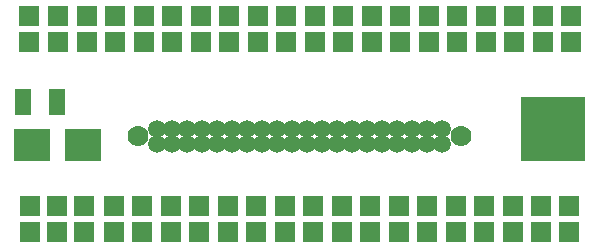
<source format=gts>
G04 #@! TF.FileFunction,Soldermask,Top*
%FSLAX46Y46*%
G04 Gerber Fmt 4.6, Leading zero omitted, Abs format (unit mm)*
G04 Created by KiCad (PCBNEW 4.0.6) date 05/22/18 14:25:38*
%MOMM*%
%LPD*%
G01*
G04 APERTURE LIST*
%ADD10C,0.150000*%
%ADD11R,1.708000X1.708000*%
%ADD12R,3.008000X2.808000*%
%ADD13C,1.778000*%
%ADD14C,1.508760*%
%ADD15R,5.407660X5.407660*%
%ADD16R,1.408000X2.208000*%
G04 APERTURE END LIST*
D10*
D11*
X20878800Y-37932000D03*
X20878800Y-40132000D03*
X20777200Y-24044000D03*
X20777200Y-21844000D03*
X23114000Y-37932000D03*
X23114000Y-40132000D03*
X23215600Y-24053800D03*
X23215600Y-21853800D03*
X25400000Y-37932000D03*
X25400000Y-40132000D03*
X25654000Y-24044000D03*
X25654000Y-21844000D03*
X27940000Y-37932000D03*
X27940000Y-40132000D03*
X28067000Y-24044000D03*
X28067000Y-21844000D03*
X30353000Y-37932000D03*
X30353000Y-40132000D03*
X30480000Y-24061600D03*
X30480000Y-21861600D03*
X32766000Y-37932000D03*
X32766000Y-40132000D03*
X32867600Y-24061600D03*
X32867600Y-21861600D03*
X35153600Y-37932000D03*
X35153600Y-40132000D03*
X35280600Y-24069400D03*
X35280600Y-21869400D03*
X37566600Y-37932000D03*
X37566600Y-40132000D03*
X37693600Y-24069400D03*
X37693600Y-21869400D03*
X39979600Y-37939800D03*
X39979600Y-40139800D03*
X40106600Y-24069400D03*
X40106600Y-21869400D03*
X42392600Y-37947600D03*
X42392600Y-40147600D03*
X42519600Y-24069400D03*
X42519600Y-21869400D03*
X44805600Y-37932000D03*
X44805600Y-40132000D03*
X44932600Y-24069400D03*
X44932600Y-21869400D03*
X47218600Y-37932000D03*
X47218600Y-40132000D03*
X47345600Y-24069400D03*
X47345600Y-21869400D03*
X49631600Y-37932000D03*
X49631600Y-40132000D03*
X49758600Y-24069400D03*
X49758600Y-21869400D03*
X52070000Y-37932000D03*
X52070000Y-40132000D03*
X52171600Y-24069400D03*
X52171600Y-21869400D03*
X54457600Y-37932000D03*
X54457600Y-40132000D03*
X54584600Y-24069400D03*
X54584600Y-21869400D03*
X56870600Y-37932000D03*
X56870600Y-40132000D03*
X56997600Y-24069400D03*
X56997600Y-21869400D03*
X59283600Y-37932000D03*
X59283600Y-40132000D03*
X59410600Y-24069400D03*
X59410600Y-21869400D03*
X61722000Y-37932000D03*
X61722000Y-40132000D03*
X61823600Y-24069400D03*
X61823600Y-21869400D03*
X64109600Y-37932000D03*
X64109600Y-40132000D03*
X64236600Y-24069400D03*
X64236600Y-21869400D03*
X66497200Y-37922200D03*
X66497200Y-40122200D03*
X66649600Y-24069400D03*
X66649600Y-21869400D03*
D12*
X25314800Y-32740600D03*
X21014800Y-32740600D03*
D13*
X30010100Y-32054800D03*
X57315100Y-32054800D03*
D14*
X32867600Y-32689800D03*
X31597600Y-32689800D03*
X31597600Y-31419800D03*
X32867600Y-31419800D03*
X36677600Y-31419800D03*
X37947600Y-31419800D03*
X35407600Y-31419800D03*
X34137600Y-31419800D03*
X34137600Y-32689800D03*
X35407600Y-32689800D03*
X37947600Y-32689800D03*
X36677600Y-32689800D03*
X50647600Y-31419800D03*
X51917600Y-31419800D03*
X54457600Y-31419800D03*
X53187600Y-31419800D03*
X53187600Y-32689800D03*
X54457600Y-32689800D03*
X51917600Y-32689800D03*
X50647600Y-32689800D03*
X55727600Y-32689800D03*
X55727600Y-31419800D03*
X49377600Y-31419800D03*
X49377600Y-32689800D03*
X41757600Y-32689800D03*
X43027600Y-32689800D03*
X40487600Y-32689800D03*
X39217600Y-32689800D03*
X44297600Y-32689800D03*
X45567600Y-32689800D03*
X48107600Y-32689800D03*
X46837600Y-32689800D03*
X46837600Y-31419800D03*
X48107600Y-31419800D03*
X45567600Y-31419800D03*
X44297600Y-31419800D03*
X39217600Y-31419800D03*
X40487600Y-31419800D03*
X43027600Y-31419800D03*
X41757600Y-31419800D03*
D15*
X65125600Y-31419800D03*
D16*
X20264800Y-29108400D03*
X23164800Y-29108400D03*
M02*

</source>
